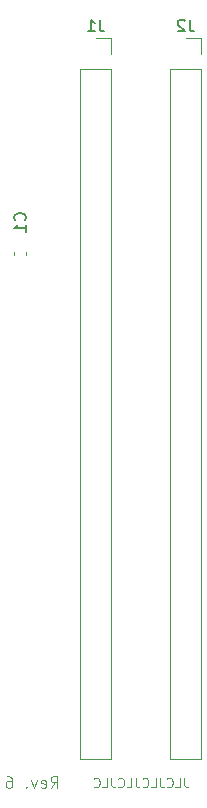
<source format=gbr>
G04 #@! TF.GenerationSoftware,KiCad,Pcbnew,8.0.4+dfsg-1*
G04 #@! TF.CreationDate,2025-03-02T11:19:14+09:00*
G04 #@! TF.ProjectId,bionic-mc6802,62696f6e-6963-42d6-9d63-363830322e6b,6*
G04 #@! TF.SameCoordinates,Original*
G04 #@! TF.FileFunction,Legend,Bot*
G04 #@! TF.FilePolarity,Positive*
%FSLAX46Y46*%
G04 Gerber Fmt 4.6, Leading zero omitted, Abs format (unit mm)*
G04 Created by KiCad (PCBNEW 8.0.4+dfsg-1) date 2025-03-02 11:19:14*
%MOMM*%
%LPD*%
G01*
G04 APERTURE LIST*
%ADD10C,0.100000*%
%ADD11C,0.125000*%
%ADD12C,0.150000*%
%ADD13C,0.120000*%
G04 APERTURE END LIST*
D10*
X117395238Y-136406895D02*
X117395238Y-136978323D01*
X117395238Y-136978323D02*
X117433333Y-137092609D01*
X117433333Y-137092609D02*
X117509524Y-137168800D01*
X117509524Y-137168800D02*
X117623809Y-137206895D01*
X117623809Y-137206895D02*
X117700000Y-137206895D01*
X116633333Y-137206895D02*
X117014285Y-137206895D01*
X117014285Y-137206895D02*
X117014285Y-136406895D01*
X115909523Y-137130704D02*
X115947619Y-137168800D01*
X115947619Y-137168800D02*
X116061904Y-137206895D01*
X116061904Y-137206895D02*
X116138095Y-137206895D01*
X116138095Y-137206895D02*
X116252381Y-137168800D01*
X116252381Y-137168800D02*
X116328571Y-137092609D01*
X116328571Y-137092609D02*
X116366666Y-137016419D01*
X116366666Y-137016419D02*
X116404762Y-136864038D01*
X116404762Y-136864038D02*
X116404762Y-136749752D01*
X116404762Y-136749752D02*
X116366666Y-136597371D01*
X116366666Y-136597371D02*
X116328571Y-136521180D01*
X116328571Y-136521180D02*
X116252381Y-136444990D01*
X116252381Y-136444990D02*
X116138095Y-136406895D01*
X116138095Y-136406895D02*
X116061904Y-136406895D01*
X116061904Y-136406895D02*
X115947619Y-136444990D01*
X115947619Y-136444990D02*
X115909523Y-136483085D01*
X115338095Y-136406895D02*
X115338095Y-136978323D01*
X115338095Y-136978323D02*
X115376190Y-137092609D01*
X115376190Y-137092609D02*
X115452381Y-137168800D01*
X115452381Y-137168800D02*
X115566666Y-137206895D01*
X115566666Y-137206895D02*
X115642857Y-137206895D01*
X114576190Y-137206895D02*
X114957142Y-137206895D01*
X114957142Y-137206895D02*
X114957142Y-136406895D01*
X113852380Y-137130704D02*
X113890476Y-137168800D01*
X113890476Y-137168800D02*
X114004761Y-137206895D01*
X114004761Y-137206895D02*
X114080952Y-137206895D01*
X114080952Y-137206895D02*
X114195238Y-137168800D01*
X114195238Y-137168800D02*
X114271428Y-137092609D01*
X114271428Y-137092609D02*
X114309523Y-137016419D01*
X114309523Y-137016419D02*
X114347619Y-136864038D01*
X114347619Y-136864038D02*
X114347619Y-136749752D01*
X114347619Y-136749752D02*
X114309523Y-136597371D01*
X114309523Y-136597371D02*
X114271428Y-136521180D01*
X114271428Y-136521180D02*
X114195238Y-136444990D01*
X114195238Y-136444990D02*
X114080952Y-136406895D01*
X114080952Y-136406895D02*
X114004761Y-136406895D01*
X114004761Y-136406895D02*
X113890476Y-136444990D01*
X113890476Y-136444990D02*
X113852380Y-136483085D01*
X113280952Y-136406895D02*
X113280952Y-136978323D01*
X113280952Y-136978323D02*
X113319047Y-137092609D01*
X113319047Y-137092609D02*
X113395238Y-137168800D01*
X113395238Y-137168800D02*
X113509523Y-137206895D01*
X113509523Y-137206895D02*
X113585714Y-137206895D01*
X112519047Y-137206895D02*
X112899999Y-137206895D01*
X112899999Y-137206895D02*
X112899999Y-136406895D01*
X111795237Y-137130704D02*
X111833333Y-137168800D01*
X111833333Y-137168800D02*
X111947618Y-137206895D01*
X111947618Y-137206895D02*
X112023809Y-137206895D01*
X112023809Y-137206895D02*
X112138095Y-137168800D01*
X112138095Y-137168800D02*
X112214285Y-137092609D01*
X112214285Y-137092609D02*
X112252380Y-137016419D01*
X112252380Y-137016419D02*
X112290476Y-136864038D01*
X112290476Y-136864038D02*
X112290476Y-136749752D01*
X112290476Y-136749752D02*
X112252380Y-136597371D01*
X112252380Y-136597371D02*
X112214285Y-136521180D01*
X112214285Y-136521180D02*
X112138095Y-136444990D01*
X112138095Y-136444990D02*
X112023809Y-136406895D01*
X112023809Y-136406895D02*
X111947618Y-136406895D01*
X111947618Y-136406895D02*
X111833333Y-136444990D01*
X111833333Y-136444990D02*
X111795237Y-136483085D01*
X111223809Y-136406895D02*
X111223809Y-136978323D01*
X111223809Y-136978323D02*
X111261904Y-137092609D01*
X111261904Y-137092609D02*
X111338095Y-137168800D01*
X111338095Y-137168800D02*
X111452380Y-137206895D01*
X111452380Y-137206895D02*
X111528571Y-137206895D01*
X110461904Y-137206895D02*
X110842856Y-137206895D01*
X110842856Y-137206895D02*
X110842856Y-136406895D01*
X109738094Y-137130704D02*
X109776190Y-137168800D01*
X109776190Y-137168800D02*
X109890475Y-137206895D01*
X109890475Y-137206895D02*
X109966666Y-137206895D01*
X109966666Y-137206895D02*
X110080952Y-137168800D01*
X110080952Y-137168800D02*
X110157142Y-137092609D01*
X110157142Y-137092609D02*
X110195237Y-137016419D01*
X110195237Y-137016419D02*
X110233333Y-136864038D01*
X110233333Y-136864038D02*
X110233333Y-136749752D01*
X110233333Y-136749752D02*
X110195237Y-136597371D01*
X110195237Y-136597371D02*
X110157142Y-136521180D01*
X110157142Y-136521180D02*
X110080952Y-136444990D01*
X110080952Y-136444990D02*
X109966666Y-136406895D01*
X109966666Y-136406895D02*
X109890475Y-136406895D01*
X109890475Y-136406895D02*
X109776190Y-136444990D01*
X109776190Y-136444990D02*
X109738094Y-136483085D01*
D11*
X106077240Y-137258119D02*
X106410573Y-136781928D01*
X106648668Y-137258119D02*
X106648668Y-136258119D01*
X106648668Y-136258119D02*
X106267716Y-136258119D01*
X106267716Y-136258119D02*
X106172478Y-136305738D01*
X106172478Y-136305738D02*
X106124859Y-136353357D01*
X106124859Y-136353357D02*
X106077240Y-136448595D01*
X106077240Y-136448595D02*
X106077240Y-136591452D01*
X106077240Y-136591452D02*
X106124859Y-136686690D01*
X106124859Y-136686690D02*
X106172478Y-136734309D01*
X106172478Y-136734309D02*
X106267716Y-136781928D01*
X106267716Y-136781928D02*
X106648668Y-136781928D01*
X105267716Y-137210500D02*
X105362954Y-137258119D01*
X105362954Y-137258119D02*
X105553430Y-137258119D01*
X105553430Y-137258119D02*
X105648668Y-137210500D01*
X105648668Y-137210500D02*
X105696287Y-137115261D01*
X105696287Y-137115261D02*
X105696287Y-136734309D01*
X105696287Y-136734309D02*
X105648668Y-136639071D01*
X105648668Y-136639071D02*
X105553430Y-136591452D01*
X105553430Y-136591452D02*
X105362954Y-136591452D01*
X105362954Y-136591452D02*
X105267716Y-136639071D01*
X105267716Y-136639071D02*
X105220097Y-136734309D01*
X105220097Y-136734309D02*
X105220097Y-136829547D01*
X105220097Y-136829547D02*
X105696287Y-136924785D01*
X104886763Y-136591452D02*
X104648668Y-137258119D01*
X104648668Y-137258119D02*
X104410573Y-136591452D01*
X104029620Y-137162880D02*
X103982001Y-137210500D01*
X103982001Y-137210500D02*
X104029620Y-137258119D01*
X104029620Y-137258119D02*
X104077239Y-137210500D01*
X104077239Y-137210500D02*
X104029620Y-137162880D01*
X104029620Y-137162880D02*
X104029620Y-137258119D01*
X102362954Y-136258119D02*
X102553430Y-136258119D01*
X102553430Y-136258119D02*
X102648668Y-136305738D01*
X102648668Y-136305738D02*
X102696287Y-136353357D01*
X102696287Y-136353357D02*
X102791525Y-136496214D01*
X102791525Y-136496214D02*
X102839144Y-136686690D01*
X102839144Y-136686690D02*
X102839144Y-137067642D01*
X102839144Y-137067642D02*
X102791525Y-137162880D01*
X102791525Y-137162880D02*
X102743906Y-137210500D01*
X102743906Y-137210500D02*
X102648668Y-137258119D01*
X102648668Y-137258119D02*
X102458192Y-137258119D01*
X102458192Y-137258119D02*
X102362954Y-137210500D01*
X102362954Y-137210500D02*
X102315335Y-137162880D01*
X102315335Y-137162880D02*
X102267716Y-137067642D01*
X102267716Y-137067642D02*
X102267716Y-136829547D01*
X102267716Y-136829547D02*
X102315335Y-136734309D01*
X102315335Y-136734309D02*
X102362954Y-136686690D01*
X102362954Y-136686690D02*
X102458192Y-136639071D01*
X102458192Y-136639071D02*
X102648668Y-136639071D01*
X102648668Y-136639071D02*
X102743906Y-136686690D01*
X102743906Y-136686690D02*
X102791525Y-136734309D01*
X102791525Y-136734309D02*
X102839144Y-136829547D01*
D12*
X117843333Y-72204819D02*
X117843333Y-72919104D01*
X117843333Y-72919104D02*
X117890952Y-73061961D01*
X117890952Y-73061961D02*
X117986190Y-73157200D01*
X117986190Y-73157200D02*
X118129047Y-73204819D01*
X118129047Y-73204819D02*
X118224285Y-73204819D01*
X117414761Y-72300057D02*
X117367142Y-72252438D01*
X117367142Y-72252438D02*
X117271904Y-72204819D01*
X117271904Y-72204819D02*
X117033809Y-72204819D01*
X117033809Y-72204819D02*
X116938571Y-72252438D01*
X116938571Y-72252438D02*
X116890952Y-72300057D01*
X116890952Y-72300057D02*
X116843333Y-72395295D01*
X116843333Y-72395295D02*
X116843333Y-72490533D01*
X116843333Y-72490533D02*
X116890952Y-72633390D01*
X116890952Y-72633390D02*
X117462380Y-73204819D01*
X117462380Y-73204819D02*
X116843333Y-73204819D01*
X110223333Y-72204819D02*
X110223333Y-72919104D01*
X110223333Y-72919104D02*
X110270952Y-73061961D01*
X110270952Y-73061961D02*
X110366190Y-73157200D01*
X110366190Y-73157200D02*
X110509047Y-73204819D01*
X110509047Y-73204819D02*
X110604285Y-73204819D01*
X109223333Y-73204819D02*
X109794761Y-73204819D01*
X109509047Y-73204819D02*
X109509047Y-72204819D01*
X109509047Y-72204819D02*
X109604285Y-72347676D01*
X109604285Y-72347676D02*
X109699523Y-72442914D01*
X109699523Y-72442914D02*
X109794761Y-72490533D01*
X103878780Y-89190333D02*
X103926400Y-89142714D01*
X103926400Y-89142714D02*
X103974019Y-88999857D01*
X103974019Y-88999857D02*
X103974019Y-88904619D01*
X103974019Y-88904619D02*
X103926400Y-88761762D01*
X103926400Y-88761762D02*
X103831161Y-88666524D01*
X103831161Y-88666524D02*
X103735923Y-88618905D01*
X103735923Y-88618905D02*
X103545447Y-88571286D01*
X103545447Y-88571286D02*
X103402590Y-88571286D01*
X103402590Y-88571286D02*
X103212114Y-88618905D01*
X103212114Y-88618905D02*
X103116876Y-88666524D01*
X103116876Y-88666524D02*
X103021638Y-88761762D01*
X103021638Y-88761762D02*
X102974019Y-88904619D01*
X102974019Y-88904619D02*
X102974019Y-88999857D01*
X102974019Y-88999857D02*
X103021638Y-89142714D01*
X103021638Y-89142714D02*
X103069257Y-89190333D01*
X103974019Y-90142714D02*
X103974019Y-89571286D01*
X103974019Y-89857000D02*
X102974019Y-89857000D01*
X102974019Y-89857000D02*
X103116876Y-89761762D01*
X103116876Y-89761762D02*
X103212114Y-89666524D01*
X103212114Y-89666524D02*
X103259733Y-89571286D01*
D13*
X117510000Y-73750000D02*
X118840000Y-73750000D01*
X118840000Y-73750000D02*
X118840000Y-75080000D01*
X118840000Y-134830000D02*
X118840000Y-76350000D01*
X116180000Y-76350000D02*
X118840000Y-76350000D01*
X116180000Y-134830000D02*
X118840000Y-134830000D01*
X116180000Y-134830000D02*
X116180000Y-76350000D01*
X109890000Y-73750000D02*
X111220000Y-73750000D01*
X111220000Y-73750000D02*
X111220000Y-75080000D01*
X111220000Y-134830000D02*
X111220000Y-76350000D01*
X108560000Y-76350000D02*
X111220000Y-76350000D01*
X108560000Y-134830000D02*
X111220000Y-134830000D01*
X108560000Y-134830000D02*
X108560000Y-76350000D01*
X103999200Y-91851233D02*
X103999200Y-92143767D01*
X102979200Y-91851233D02*
X102979200Y-92143767D01*
M02*

</source>
